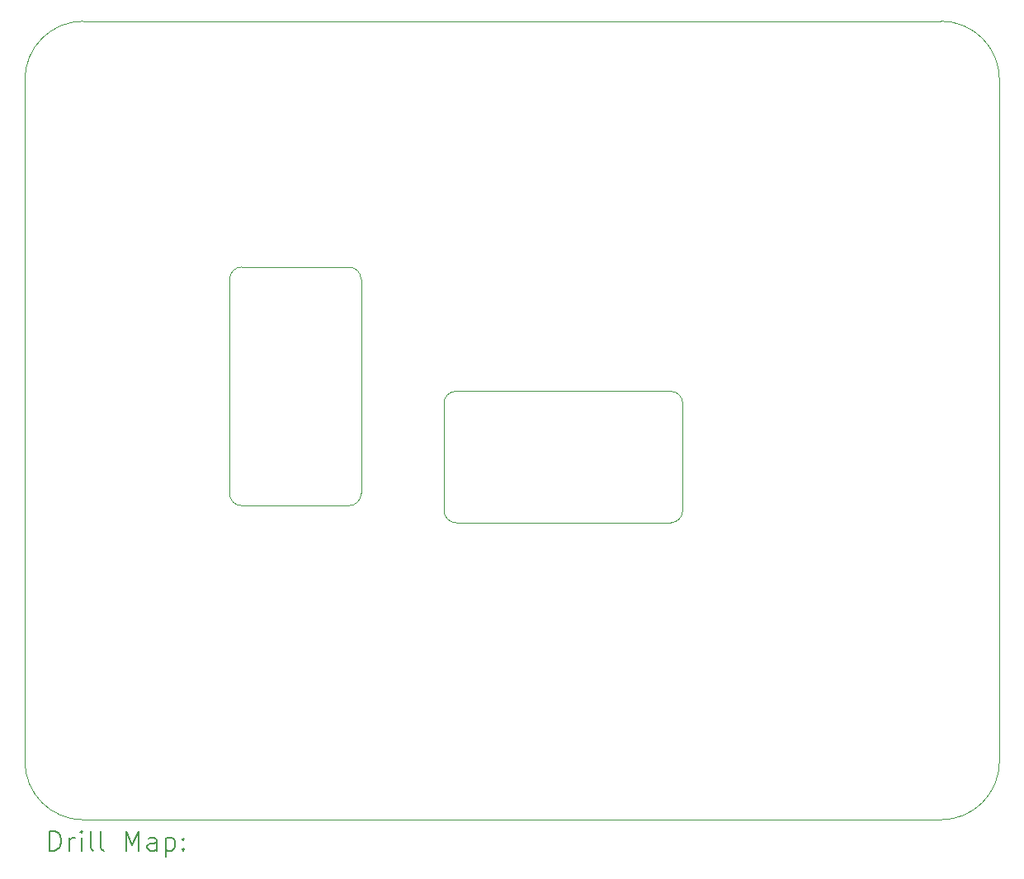
<source format=gbr>
%TF.GenerationSoftware,KiCad,Pcbnew,7.0.10*%
%TF.CreationDate,2024-05-11T14:05:19+02:00*%
%TF.ProjectId,TXRX_relay_board,54585258-5f72-4656-9c61-795f626f6172,rev?*%
%TF.SameCoordinates,Original*%
%TF.FileFunction,Drillmap*%
%TF.FilePolarity,Positive*%
%FSLAX45Y45*%
G04 Gerber Fmt 4.5, Leading zero omitted, Abs format (unit mm)*
G04 Created by KiCad (PCBNEW 7.0.10) date 2024-05-11 14:05:19*
%MOMM*%
%LPD*%
G01*
G04 APERTURE LIST*
%ADD10C,0.100000*%
%ADD11C,0.120000*%
%ADD12C,0.200000*%
G04 APERTURE END LIST*
D10*
X15900000Y-14000000D02*
G75*
G03*
X16500000Y-13400000I0J600000D01*
G01*
X6500000Y-6400000D02*
X6500000Y-13400000D01*
X7100000Y-5800000D02*
G75*
G03*
X6500000Y-6400000I0J-600000D01*
G01*
X15900000Y-5800000D02*
X7100000Y-5800000D01*
X16500000Y-6400000D02*
G75*
G03*
X15900000Y-5800000I-600000J0D01*
G01*
X16500000Y-13400000D02*
X16500000Y-6400000D01*
X7100000Y-14000000D02*
X15900000Y-14000000D01*
X6500000Y-13400000D02*
G75*
G03*
X7100000Y-14000000I600000J0D01*
G01*
D11*
X10800000Y-10825000D02*
X10800000Y-9725000D01*
X10925000Y-9600000D02*
X13125000Y-9600000D01*
X13125000Y-10950000D02*
X10925000Y-10950000D01*
X13250000Y-9725000D02*
X13250000Y-10825000D01*
X10925000Y-9600000D02*
G75*
G03*
X10800000Y-9725000I0J-125000D01*
G01*
X10800000Y-10825000D02*
G75*
G03*
X10925000Y-10950000I125000J0D01*
G01*
X13250000Y-9725000D02*
G75*
G03*
X13125000Y-9600000I-125000J0D01*
G01*
X13125000Y-10950000D02*
G75*
G03*
X13250000Y-10825000I0J125000D01*
G01*
X8725000Y-8325000D02*
X9825000Y-8325000D01*
X9950000Y-8450000D02*
X9950000Y-10650000D01*
X8600000Y-10650000D02*
X8600000Y-8450000D01*
X9825000Y-10775000D02*
X8725000Y-10775000D01*
X9950000Y-8450000D02*
G75*
G03*
X9825000Y-8325000I-125000J0D01*
G01*
X8725000Y-8325000D02*
G75*
G03*
X8600000Y-8450000I0J-125000D01*
G01*
X9825000Y-10775000D02*
G75*
G03*
X9950000Y-10650000I0J125000D01*
G01*
X8600000Y-10650000D02*
G75*
G03*
X8725000Y-10775000I125000J0D01*
G01*
D12*
X6755777Y-14316484D02*
X6755777Y-14116484D01*
X6755777Y-14116484D02*
X6803396Y-14116484D01*
X6803396Y-14116484D02*
X6831967Y-14126008D01*
X6831967Y-14126008D02*
X6851015Y-14145055D01*
X6851015Y-14145055D02*
X6860539Y-14164103D01*
X6860539Y-14164103D02*
X6870062Y-14202198D01*
X6870062Y-14202198D02*
X6870062Y-14230769D01*
X6870062Y-14230769D02*
X6860539Y-14268865D01*
X6860539Y-14268865D02*
X6851015Y-14287912D01*
X6851015Y-14287912D02*
X6831967Y-14306960D01*
X6831967Y-14306960D02*
X6803396Y-14316484D01*
X6803396Y-14316484D02*
X6755777Y-14316484D01*
X6955777Y-14316484D02*
X6955777Y-14183150D01*
X6955777Y-14221246D02*
X6965301Y-14202198D01*
X6965301Y-14202198D02*
X6974824Y-14192674D01*
X6974824Y-14192674D02*
X6993872Y-14183150D01*
X6993872Y-14183150D02*
X7012920Y-14183150D01*
X7079586Y-14316484D02*
X7079586Y-14183150D01*
X7079586Y-14116484D02*
X7070062Y-14126008D01*
X7070062Y-14126008D02*
X7079586Y-14135531D01*
X7079586Y-14135531D02*
X7089110Y-14126008D01*
X7089110Y-14126008D02*
X7079586Y-14116484D01*
X7079586Y-14116484D02*
X7079586Y-14135531D01*
X7203396Y-14316484D02*
X7184348Y-14306960D01*
X7184348Y-14306960D02*
X7174824Y-14287912D01*
X7174824Y-14287912D02*
X7174824Y-14116484D01*
X7308158Y-14316484D02*
X7289110Y-14306960D01*
X7289110Y-14306960D02*
X7279586Y-14287912D01*
X7279586Y-14287912D02*
X7279586Y-14116484D01*
X7536729Y-14316484D02*
X7536729Y-14116484D01*
X7536729Y-14116484D02*
X7603396Y-14259341D01*
X7603396Y-14259341D02*
X7670062Y-14116484D01*
X7670062Y-14116484D02*
X7670062Y-14316484D01*
X7851015Y-14316484D02*
X7851015Y-14211722D01*
X7851015Y-14211722D02*
X7841491Y-14192674D01*
X7841491Y-14192674D02*
X7822443Y-14183150D01*
X7822443Y-14183150D02*
X7784348Y-14183150D01*
X7784348Y-14183150D02*
X7765301Y-14192674D01*
X7851015Y-14306960D02*
X7831967Y-14316484D01*
X7831967Y-14316484D02*
X7784348Y-14316484D01*
X7784348Y-14316484D02*
X7765301Y-14306960D01*
X7765301Y-14306960D02*
X7755777Y-14287912D01*
X7755777Y-14287912D02*
X7755777Y-14268865D01*
X7755777Y-14268865D02*
X7765301Y-14249817D01*
X7765301Y-14249817D02*
X7784348Y-14240293D01*
X7784348Y-14240293D02*
X7831967Y-14240293D01*
X7831967Y-14240293D02*
X7851015Y-14230769D01*
X7946253Y-14183150D02*
X7946253Y-14383150D01*
X7946253Y-14192674D02*
X7965301Y-14183150D01*
X7965301Y-14183150D02*
X8003396Y-14183150D01*
X8003396Y-14183150D02*
X8022443Y-14192674D01*
X8022443Y-14192674D02*
X8031967Y-14202198D01*
X8031967Y-14202198D02*
X8041491Y-14221246D01*
X8041491Y-14221246D02*
X8041491Y-14278388D01*
X8041491Y-14278388D02*
X8031967Y-14297436D01*
X8031967Y-14297436D02*
X8022443Y-14306960D01*
X8022443Y-14306960D02*
X8003396Y-14316484D01*
X8003396Y-14316484D02*
X7965301Y-14316484D01*
X7965301Y-14316484D02*
X7946253Y-14306960D01*
X8127205Y-14297436D02*
X8136729Y-14306960D01*
X8136729Y-14306960D02*
X8127205Y-14316484D01*
X8127205Y-14316484D02*
X8117682Y-14306960D01*
X8117682Y-14306960D02*
X8127205Y-14297436D01*
X8127205Y-14297436D02*
X8127205Y-14316484D01*
X8127205Y-14192674D02*
X8136729Y-14202198D01*
X8136729Y-14202198D02*
X8127205Y-14211722D01*
X8127205Y-14211722D02*
X8117682Y-14202198D01*
X8117682Y-14202198D02*
X8127205Y-14192674D01*
X8127205Y-14192674D02*
X8127205Y-14211722D01*
M02*

</source>
